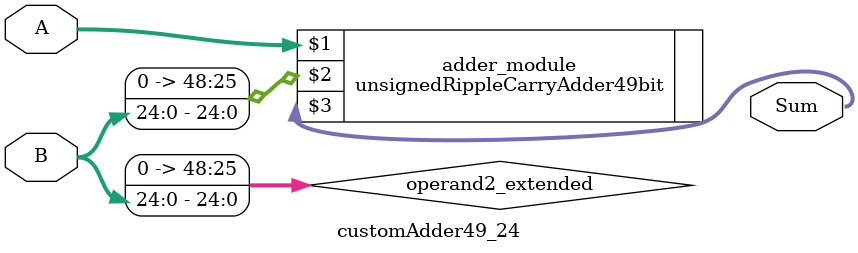
<source format=v>
module customAdder49_24(
                        input [48 : 0] A,
                        input [24 : 0] B,
                        
                        output [49 : 0] Sum
                );

        wire [48 : 0] operand2_extended;
        
        assign operand2_extended =  {24'b0, B};
        
        unsignedRippleCarryAdder49bit adder_module(
            A,
            operand2_extended,
            Sum
        );
        
        endmodule
        
</source>
